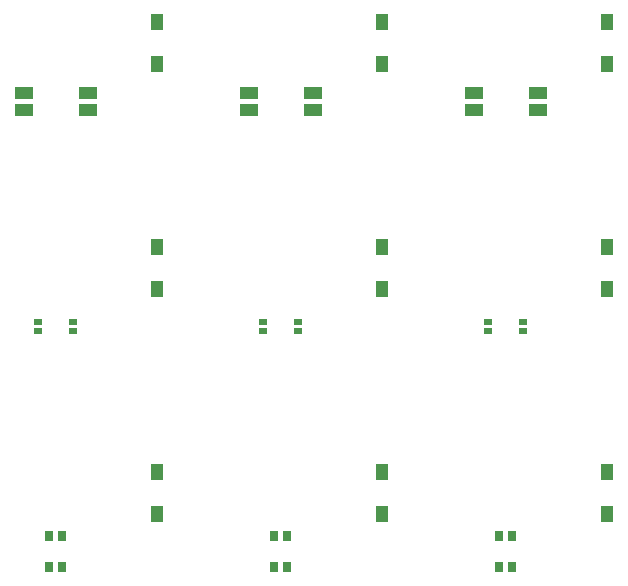
<source format=gbr>
%TF.GenerationSoftware,KiCad,Pcbnew,(6.0.1)*%
%TF.CreationDate,2022-06-19T22:09:19+09:00*%
%TF.ProjectId,reverse-mount-led-keboard,72657665-7273-4652-9d6d-6f756e742d6c,rev?*%
%TF.SameCoordinates,Original*%
%TF.FileFunction,Paste,Bot*%
%TF.FilePolarity,Positive*%
%FSLAX46Y46*%
G04 Gerber Fmt 4.6, Leading zero omitted, Abs format (unit mm)*
G04 Created by KiCad (PCBNEW (6.0.1)) date 2022-06-19 22:09:19*
%MOMM*%
%LPD*%
G01*
G04 APERTURE LIST*
%ADD10R,0.700000X0.550000*%
%ADD11R,1.000000X1.400000*%
%ADD12R,1.500000X1.000000*%
%ADD13R,0.800000X0.900000*%
G04 APERTURE END LIST*
D10*
%TO.C,LED6*%
X-706207000Y587095000D03*
X-706207000Y587895000D03*
X-709207000Y587895000D03*
X-709207000Y587095000D03*
%TD*%
D11*
%TO.C,D3*%
X-699135000Y609730000D03*
X-699135000Y613280000D03*
%TD*%
D12*
%TO.C,LED2*%
X-724057000Y605795000D03*
X-724057000Y607295000D03*
X-729457000Y607295000D03*
X-729457000Y605795000D03*
%TD*%
D13*
%TO.C,LED9*%
X-707157000Y569745000D03*
X-708257000Y569745000D03*
X-708257000Y567145000D03*
X-707157000Y567145000D03*
%TD*%
D11*
%TO.C,D2*%
X-718185000Y609730000D03*
X-718185000Y613280000D03*
%TD*%
D13*
%TO.C,LED8*%
X-726207000Y569745000D03*
X-727307000Y569745000D03*
X-727307000Y567145000D03*
X-726207000Y567145000D03*
%TD*%
D11*
%TO.C,D4*%
X-737235000Y590680000D03*
X-737235000Y594230000D03*
%TD*%
%TO.C,D1*%
X-737235000Y609730000D03*
X-737235000Y613280000D03*
%TD*%
D12*
%TO.C,LED3*%
X-705007000Y605795000D03*
X-705007000Y607295000D03*
X-710407000Y607295000D03*
X-710407000Y605795000D03*
%TD*%
D11*
%TO.C,D8*%
X-718185000Y571630000D03*
X-718185000Y575180000D03*
%TD*%
%TO.C,D7*%
X-737235000Y571630000D03*
X-737235000Y575180000D03*
%TD*%
D13*
%TO.C,LED7*%
X-745257000Y569745000D03*
X-746357000Y569745000D03*
X-746357000Y567145000D03*
X-745257000Y567145000D03*
%TD*%
D11*
%TO.C,D5*%
X-718185000Y590680000D03*
X-718185000Y594230000D03*
%TD*%
D12*
%TO.C,LED1*%
X-743107000Y605795000D03*
X-743107000Y607295000D03*
X-748507000Y607295000D03*
X-748507000Y605795000D03*
%TD*%
D10*
%TO.C,LED4*%
X-744307000Y587095000D03*
X-744307000Y587895000D03*
X-747307000Y587895000D03*
X-747307000Y587095000D03*
%TD*%
D11*
%TO.C,D9*%
X-699135000Y571630000D03*
X-699135000Y575180000D03*
%TD*%
D10*
%TO.C,LED5*%
X-725257000Y587095000D03*
X-725257000Y587895000D03*
X-728257000Y587895000D03*
X-728257000Y587095000D03*
%TD*%
D11*
%TO.C,D6*%
X-699135000Y590680000D03*
X-699135000Y594230000D03*
%TD*%
M02*

</source>
